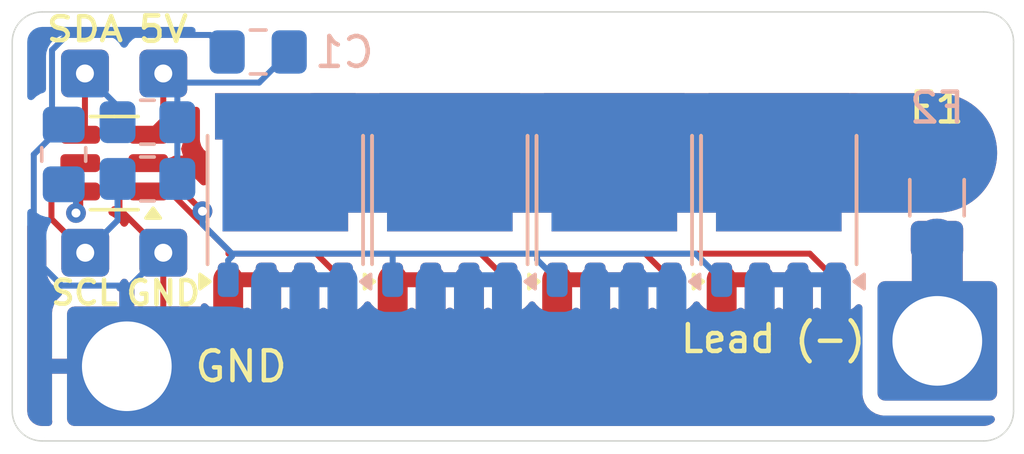
<source format=kicad_pcb>
(kicad_pcb (version 20240108) (generator "pcbnew") (generator_version "8.0")
  (layers (0 "F.Cu" signal) (31 "B.Cu" signal) (34 "B.Paste" user) (35 "F.Paste" user) (36 "B.SilkS" user "B.Silkscreen") (37 "F.SilkS" user "F.Silkscreen") (38 "B.Mask" user) (39 "F.Mask" user) (44 "Edge.Cuts" user))
  (net 0 "")
  (net 1 "GND")
  (net 2 "Net-(U1-A0)")
  (net 3 "SCL")
  (net 4 "+5V")
  (net 5 "SDA")
  (net 6 "Net-(Q1-G)")
  (net 7 "Lead (-)")
  (net 8 "Drain-Front")
  (net 9 "Drain-Back")
  (footprint "Connector_Wire:SolderWire-0.1sqmm_1x01_D0.4mm_OD1mm" (layer "F.Cu") (at 138.95 59.84 90)
    (property "Reference" "SDA" (at 1.48 0 0) (layer "F.SilkS") (effects (font (size 0.8 0.9))))
    (property "Value" "Conn_01x01_Socket" (hide yes))
    (pad "1" thru_hole roundrect (at 0 0 90) (size 1.6 1.6) (drill 0.6) (layers "*.Cu" "*.Mask") (roundrect_rratio 0.15625) (net 5 "SDA"))
  )
  (footprint "Package_TO_SOT_SMD:LFPAK56" (layer "F.Cu") (at 162.15 64.075 90)
    (property "Reference" "Q4" (hide yes))
    (property "Value" "5R2L60" (hide yes))
    (fp_line (start 2.15 -2.6) (end -2.15 -2.6) (stroke (width 0.12)) (layer "F.SilkS"))
    (fp_line (start -2.15 2.6) (end 2.15 2.6) (stroke (width 0.12)) (layer "F.SilkS"))
    (fp_poly (pts (xy -2.73 -2.523297) (xy -2.49 -2.853297) (xy -2.97 -2.853297) (xy -2.73 -2.523297)) (stroke (width 0.12)) (fill solid) (layer "F.SilkS"))
    (pad "1" smd roundrect (at -2.67 -1.91) (size 0.7 1.15) (layers "F.Cu" "F.Paste" "F.Mask") (net 1 "GND"))
    (pad "2" smd roundrect (at -2.67 -0.64) (size 0.7 1.15) (layers "F.Cu" "F.Paste" "F.Mask") (net 1 "GND"))
    (pad "3" smd roundrect (at -2.67 0.64) (size 0.7 1.15) (layers "F.Cu" "F.Paste" "F.Mask") (net 1 "GND"))
    (pad "4" smd roundrect (at -2.67 1.91) (size 0.7 1.15) (layers "F.Cu" "F.Paste" "F.Mask") (net 6 "Net-(Q1-G)"))
    (pad "5" smd custom (at 0.6 0 90) (size 3.3 4.2) (layers "F.Cu" "F.Mask") (net 8 "Drain-Front") (options (clearance outline) (anchor rect)) (primitives (gr_poly (pts (xy 2.975 2.35) (xy 1.425 2.35) (xy 1.425 -2.35) (xy 2.975 -2.35)) (width 0) (fill yes))))
  )
  (footprint "Connector_Wire:SolderWire-2.5sqmm_1x01_D2.4mm_OD3.6mm" (layer "F.Cu") (at 167.45 68.79)
    (property "Reference" "Lead (-)" (at -5.49 -0.07 0) (layer "F.SilkS") (effects (font (size 0.9 0.9))))
    (property "Value" "Conn_01x01_Socket" (hide yes))
    (pad "1" thru_hole roundrect (at 0 0) (size 4 4) (drill 3) (layers "*.Cu" "*.Mask") (roundrect_rratio 0.0625) (net 7 "Lead (-)"))
  )
  (footprint "Connector_Wire:SolderWire-2.5sqmm_1x01_D2.4mm_OD3.6mm" (layer "F.Cu") (at 140.35 69.64 180)
    (property "Reference" "GND" (at -3.82 -0.01 180) (layer "F.SilkS"))
    (property "Value" "Conn_01x01_Socket" (hide yes))
    (pad "1" thru_hole roundrect (at 0 0 180) (size 4 4) (drill 3) (layers "*.Cu" "*.Mask") (roundrect_rratio 0.0625) (net 1 "GND"))
  )
  (footprint "Package_TO_SOT_SMD:LFPAK56" (layer "F.Cu") (at 156.65 64.075 90)
    (property "Reference" "Q3" (hide yes))
    (property "Value" "5R2L60" (hide yes))
    (fp_line (start 2.15 -2.6) (end -2.15 -2.6) (stroke (width 0.12)) (layer "F.SilkS"))
    (fp_line (start -2.15 2.6) (end 2.15 2.6) (stroke (width 0.12)) (layer "F.SilkS"))
    (fp_poly (pts (xy -2.73 -2.523297) (xy -2.49 -2.853297) (xy -2.97 -2.853297) (xy -2.73 -2.523297)) (stroke (width 0.12)) (fill solid) (layer "F.SilkS"))
    (pad "1" smd roundrect (at -2.67 -1.91) (size 0.7 1.15) (layers "F.Cu" "F.Paste" "F.Mask") (net 1 "GND"))
    (pad "2" smd roundrect (at -2.67 -0.64) (size 0.7 1.15) (layers "F.Cu" "F.Paste" "F.Mask") (net 1 "GND"))
    (pad "3" smd roundrect (at -2.67 0.64) (size 0.7 1.15) (layers "F.Cu" "F.Paste" "F.Mask") (net 1 "GND"))
    (pad "4" smd roundrect (at -2.67 1.91) (size 0.7 1.15) (layers "F.Cu" "F.Paste" "F.Mask") (net 6 "Net-(Q1-G)"))
    (pad "5" smd custom (at 0.6 0 90) (size 3.3 4.2) (layers "F.Cu" "F.Mask") (net 8 "Drain-Front") (options (clearance outline) (anchor rect)) (primitives (gr_poly (pts (xy 2.975 2.35) (xy 1.425 2.35) (xy 1.425 -2.35) (xy 2.975 -2.35)) (width 0) (fill yes))))
  )
  (footprint "Connector_Wire:SolderWire-0.1sqmm_1x01_D0.4mm_OD1mm" (layer "F.Cu") (at 141.57 59.84 90)
    (property "Reference" "5V" (at 1.48 0 0) (layer "F.SilkS") (effects (font (size 0.85 0.9))))
    (property "Value" "Conn_01x01_Socket" (hide yes))
    (pad "1" thru_hole roundrect (at 0 0 90) (size 1.6 1.6) (drill 0.6) (layers "*.Cu" "*.Mask") (roundrect_rratio 0.15625) (net 4 "+5V"))
  )
  (footprint "Connector_Wire:SolderWire-0.1sqmm_1x01_D0.4mm_OD1mm" (layer "F.Cu") (at 141.57 65.84 90)
    (property "Reference" "GND" (at -1.35 0 0) (layer "F.SilkS") (effects (font (size 0.8 0.8))))
    (property "Value" "Conn_01x01_Socket" (hide yes))
    (pad "1" thru_hole roundrect (at 0 0 90) (size 1.6 1.6) (drill 0.6) (layers "*.Cu" "*.Mask") (roundrect_rratio 0.15625) (net 1 "GND"))
  )
  (footprint "Connector_Wire:SolderWire-0.1sqmm_1x01_D0.4mm_OD1mm" (layer "F.Cu") (at 138.96 65.84 180)
    (property "Reference" "SCL" (at 0.02 -1.34 180) (layer "F.SilkS") (effects (font (size 0.8 0.8))))
    (property "Value" "Conn_01x01_Socket" (hide yes))
    (pad "1" thru_hole roundrect (at 0 0 180) (size 1.6 1.6) (drill 0.6) (layers "*.Cu" "*.Mask") (roundrect_rratio 0.15625) (net 3 "SCL"))
  )
  (footprint "Package_TO_SOT_SMD:LFPAK56" (layer "F.Cu") (at 151.15 64.075 90)
    (property "Reference" "Q2" (hide yes))
    (property "Value" "5R2L60" (hide yes))
    (fp_line (start 2.15 -2.6) (end -2.15 -2.6) (stroke (width 0.12)) (layer "F.SilkS"))
    (fp_line (start -2.15 2.6) (end 2.15 2.6) (stroke (width 0.12)) (layer "F.SilkS"))
    (fp_poly (pts (xy -2.73 -2.523297) (xy -2.49 -2.853297) (xy -2.97 -2.853297) (xy -2.73 -2.523297)) (stroke (width 0.12)) (fill solid) (layer "F.SilkS"))
    (pad "1" smd roundrect (at -2.67 -1.91) (size 0.7 1.15) (layers "F.Cu" "F.Paste" "F.Mask") (net 1 "GND"))
    (pad "2" smd roundrect (at -2.67 -0.64) (size 0.7 1.15) (layers "F.Cu" "F.Paste" "F.Mask") (net 1 "GND"))
    (pad "3" smd roundrect (at -2.67 0.64) (size 0.7 1.15) (layers "F.Cu" "F.Paste" "F.Mask") (net 1 "GND"))
    (pad "4" smd roundrect (at -2.67 1.91) (size 0.7 1.15) (layers "F.Cu" "F.Paste" "F.Mask") (net 6 "Net-(Q1-G)"))
    (pad "5" smd custom (at 0.6 0 90) (size 3.3 4.2) (layers "F.Cu" "F.Mask") (net 8 "Drain-Front") (options (clearance outline) (anchor rect)) (primitives (gr_poly (pts (xy 2.975 2.35) (xy 1.425 2.35) (xy 1.425 -2.35) (xy 2.975 -2.35)) (width 0) (fill yes))))
  )
  (footprint "Package_TO_SOT_SMD:LFPAK56" (layer "F.Cu") (at 145.65 64.075 90)
    (property "Reference" "Q1" (hide yes))
    (property "Value" "5R2L60" (hide yes))
    (fp_line (start 2.15 -2.6) (end -2.15 -2.6) (stroke (width 0.12)) (layer "F.SilkS"))
    (fp_line (start -2.15 2.6) (end 2.15 2.6) (stroke (width 0.12)) (layer "F.SilkS"))
    (fp_poly (pts (xy -2.73 -2.523297) (xy -2.49 -2.853297) (xy -2.97 -2.853297) (xy -2.73 -2.523297)) (stroke (width 0.12)) (fill solid) (layer "F.SilkS"))
    (pad "1" smd roundrect (at -2.67 -1.91) (size 0.7 1.15) (layers "F.Cu" "F.Paste" "F.Mask") (net 1 "GND"))
    (pad "2" smd roundrect (at -2.67 -0.64) (size 0.7 1.15) (layers "F.Cu" "F.Paste" "F.Mask") (net 1 "GND"))
    (pad "3" smd roundrect (at -2.67 0.64) (size 0.7 1.15) (layers "F.Cu" "F.Paste" "F.Mask") (net 1 "GND"))
    (pad "4" smd roundrect (at -2.67 1.91) (size 0.7 1.15) (layers "F.Cu" "F.Paste" "F.Mask") (net 6 "Net-(Q1-G)"))
    (pad "5" smd custom (at 0.6 0 90) (size 3.3 4.2) (layers "F.Cu" "F.Mask") (net 8 "Drain-Front") (options (clearance outline) (anchor rect)) (primitives (gr_poly (pts (xy 2.975 2.35) (xy 1.425 2.35) (xy 1.425 -2.35) (xy 2.975 -2.35)) (width 0) (fill yes))))
  )
  (footprint "Fuse:Fuse_1206_3216Metric" (layer "F.Cu") (at 167.44 64 90)
    (property "Reference" "F1" (at 3.01 -0.01 0) (layer "F.SilkS"))
    (property "Value" "Fuse_1206_3216Metric" (hide yes))
    (fp_line (start -0.602064 -0.91) (end 0.602064 -0.91) (stroke (width 0.12)) (layer "F.SilkS"))
    (fp_line (start -0.602064 0.91) (end 0.602064 0.91) (stroke (width 0.12)) (layer "F.SilkS"))
    (pad "1" smd roundrect (at -1.4 0 90) (size 1.25 1.75) (layers "F.Cu" "F.Paste" "F.Mask") (roundrect_rratio 0.2) (net 7 "Lead (-)"))
    (pad "2" smd roundrect (at 1.4 0 90) (size 1.25 1.75) (layers "F.Cu" "F.Paste" "F.Mask") (roundrect_rratio 0.2) (net 8 "Drain-Front"))
  )
  (footprint "Package_TO_SOT_SMD:SOT-23-6" (layer "F.Cu") (at 139.93 62.84 180)
    (property "Reference" "U1" (hide yes))
    (property "Value" "MCP4725" (hide yes))
    (fp_line (start 0 1.56) (end 0.8 1.56) (stroke (width 0.12)) (layer "F.SilkS"))
    (fp_line (start 0 1.56) (end -0.8 1.56) (stroke (width 0.12)) (layer "F.SilkS"))
    (fp_line (start 0 -1.56) (end 0.8 -1.56) (stroke (width 0.12)) (layer "F.SilkS"))
    (fp_line (start 0 -1.56) (end -0.8 -1.56) (stroke (width 0.12)) (layer "F.SilkS"))
    (fp_poly (pts (xy -1.3 -1.51) (xy -1.54 -1.84) (xy -1.06 -1.84) (xy -1.3 -1.51)) (stroke (width 0.12)) (fill solid) (layer "F.SilkS"))
    (pad "1" smd roundrect (at -1.1375 -0.95 180) (size 1.325 0.6) (layers "F.Cu" "F.Paste" "F.Mask") (net 6 "Net-(Q1-G)"))
    (pad "2" smd roundrect (at -1.1375 0 180) (size 1.325 0.6) (layers "F.Cu" "F.Paste" "F.Mask") (net 1 "GND"))
    (pad "3" smd roundrect (at -1.1375 0.95 180) (size 1.325 0.6) (layers "F.Cu" "F.Paste" "F.Mask") (net 4 "+5V"))
    (pad "4" smd roundrect (at 1.1375 0.95 180) (size 1.325 0.6) (layers "F.Cu" "F.Paste" "F.Mask") (net 5 "SDA"))
    (pad "5" smd roundrect (at 1.1375 0 180) (size 1.325 0.6) (layers "F.Cu" "F.Paste" "F.Mask") (net 3 "SCL"))
    (pad "6" smd roundrect (at 1.1375 -0.95 180) (size 1.325 0.6) (layers "F.Cu" "F.Paste" "F.Mask") (net 2 "Net-(U1-A0)"))
  )
  (footprint "Resistor_SMD:R_0805_2012Metric_Pad1.20x1.40mm_HandSolder" (layer "B.Cu") (at 141.04 61.47 180)
    (property "Reference" "R3" (hide yes))
    (property "Value" "4.7k" (hide yes))
    (fp_line (start 0.227064 0.735) (end -0.227064 0.735) (stroke (width 0.12)) (layer "B.SilkS"))
    (fp_line (start 0.227064 -0.735) (end -0.227064 -0.735) (stroke (width 0.12)) (layer "B.SilkS"))
    (pad "1" smd roundrect (at -1 0 180) (size 1.2 1.4) (layers "B.Cu" "B.Paste" "B.Mask") (roundrect_rratio 0.208333) (net 4 "+5V"))
    (pad "2" smd roundrect (at 1 0 180) (size 1.2 1.4) (layers "B.Cu" "B.Paste" "B.Mask") (roundrect_rratio 0.208333) (net 5 "SDA"))
  )
  (footprint "Fuse:Fuse_1206_3216Metric" (layer "B.Cu") (at 167.44 64 -90)
    (property "Reference" "F2" (at -3.01 0 0) (layer "B.SilkS") (effects (justify mirror)))
    (property "Value" "Fuse_1206_3216Metric" (hide yes))
    (fp_line (start 0.602064 0.91) (end -0.602064 0.91) (stroke (width 0.12)) (layer "B.SilkS"))
    (fp_line (start 0.602064 -0.91) (end -0.602064 -0.91) (stroke (width 0.12)) (layer "B.SilkS"))
    (pad "1" smd roundrect (at -1.4 0 270) (size 1.25 1.75) (layers "B.Cu" "B.Paste" "B.Mask") (roundrect_rratio 0.2) (net 9 "Drain-Back"))
    (pad "2" smd roundrect (at 1.4 0 270) (size 1.25 1.75) (layers "B.Cu" "B.Paste" "B.Mask") (roundrect_rratio 0.2) (net 7 "Lead (-)"))
  )
  (footprint "Capacitor_SMD:C_0805_2012Metric_Pad1.18x1.45mm_HandSolder" (layer "B.Cu") (at 144.7425 59.12 180)
    (property "Reference" "C1" (at -2.8775 -0.01 180) (layer "B.SilkS") (effects (justify mirror)))
    (property "Value" "0.1uF" (hide yes))
    (fp_line (start 0.261252 0.735) (end -0.261252 0.735) (stroke (width 0.12)) (layer "B.SilkS"))
    (fp_line (start 0.261252 -0.735) (end -0.261252 -0.735) (stroke (width 0.12)) (layer "B.SilkS"))
    (pad "1" smd roundrect (at -1.0375 0 180) (size 1.175 1.45) (layers "B.Cu" "B.Paste" "B.Mask") (roundrect_rratio 0.212766) (net 4 "+5V"))
    (pad "2" smd roundrect (at 1.0375 0 180) (size 1.175 1.45) (layers "B.Cu" "B.Paste" "B.Mask") (roundrect_rratio 0.212766) (net 1 "GND"))
  )
  (footprint "Package_TO_SOT_SMD:LFPAK56" (layer "B.Cu") (at 151.15 64.075 90)
    (property "Reference" "Q7" (hide yes))
    (property "Value" "PSMN5R2-60YL" (hide yes))
    (fp_line (start 2.15 -2.6) (end -2.15 -2.6) (stroke (width 0.12)) (layer "B.SilkS"))
    (fp_line (start -2.15 2.6) (end 2.15 2.6) (stroke (width 0.12)) (layer "B.SilkS"))
    (fp_poly (pts (xy -2.73 2.523297) (xy -2.49 2.853297) (xy -2.97 2.853297) (xy -2.73 2.523297)) (stroke (width 0.12)) (fill solid) (layer "B.SilkS"))
    (pad "1" smd roundrect (at -2.67 1.91 180) (size 0.7 1.15) (layers "B.Cu" "B.Paste" "B.Mask") (net 1 "GND"))
    (pad "2" smd roundrect (at -2.67 0.64 180) (size 0.7 1.15) (layers "B.Cu" "B.Paste" "B.Mask") (net 1 "GND"))
    (pad "3" smd roundrect (at -2.67 -0.64 180) (size 0.7 1.15) (layers "B.Cu" "B.Paste" "B.Mask") (net 1 "GND"))
    (pad "4" smd roundrect (at -2.67 -1.91 180) (size 0.7 1.15) (layers "B.Cu" "B.Paste" "B.Mask") (net 6 "Net-(Q1-G)"))
    (pad "5" smd custom (at 0.6 0 90) (size 3.3 4.2) (layers "B.Cu" "B.Mask") (net 9 "Drain-Back") (options (clearance outline) (anchor rect)) (primitives (gr_poly (pts (xy 2.975 -2.35) (xy 1.425 -2.35) (xy 1.425 2.35) (xy 2.975 2.35)) (width 0) (fill yes))))
  )
  (footprint "Resistor_SMD:R_0805_2012Metric_Pad1.20x1.40mm_HandSolder" (layer "B.Cu") (at 138.24 62.55 90)
    (property "Reference" "R1" (hide yes))
    (property "Value" "10k" (hide yes))
    (fp_line (start 0.227064 -0.735) (end -0.227064 -0.735) (stroke (width 0.12)) (layer "B.SilkS"))
    (fp_line (start 0.227064 0.735) (end -0.227064 0.735) (stroke (width 0.12)) (layer "B.SilkS"))
    (pad "1" smd roundrect (at -1 0 90) (size 1.2 1.4) (layers "B.Cu" "B.Paste" "B.Mask") (roundrect_rratio 0.208333) (net 2 "Net-(U1-A0)"))
    (pad "2" smd roundrect (at 1 0 90) (size 1.2 1.4) (layers "B.Cu" "B.Paste" "B.Mask") (roundrect_rratio 0.208333) (net 1 "GND"))
  )
  (footprint "Resistor_SMD:R_0805_2012Metric_Pad1.20x1.40mm_HandSolder" (layer "B.Cu") (at 141.04 63.37 180)
    (property "Reference" "R2" (hide yes))
    (property "Value" "4.7k" (hide yes))
    (fp_line (start 0.227064 0.735) (end -0.227064 0.735) (stroke (width 0.12)) (layer "B.SilkS"))
    (fp_line (start 0.227064 -0.735) (end -0.227064 -0.735) (stroke (width 0.12)) (layer "B.SilkS"))
    (pad "1" smd roundrect (at -1 0 180) (size 1.2 1.4) (layers "B.Cu" "B.Paste" "B.Mask") (roundrect_rratio 0.208333) (net 4 "+5V"))
    (pad "2" smd roundrect (at 1 0 180) (size 1.2 1.4) (layers "B.Cu" "B.Paste" "B.Mask") (roundrect_rratio 0.208333) (net 3 "SCL"))
  )
  (footprint "Package_TO_SOT_SMD:LFPAK56" (layer "B.Cu") (at 145.65 64.075 90)
    (property "Reference" "Q6" (hide yes))
    (property "Value" "PSMN5R2-60YL" (hide yes))
    (fp_line (start 2.15 -2.6) (end -2.15 -2.6) (stroke (width 0.12)) (layer "B.SilkS"))
    (fp_line (start -2.15 2.6) (end 2.15 2.6) (stroke (width 0.12)) (layer "B.SilkS"))
    (fp_poly (pts (xy -2.73 2.523297) (xy -2.49 2.853297) (xy -2.97 2.853297) (xy -2.73 2.523297)) (stroke (width 0.12)) (fill solid) (layer "B.SilkS"))
    (pad "1" smd roundrect (at -2.67 1.91 180) (size 0.7 1.15) (layers "B.Cu" "B.Paste" "B.Mask") (net 1 "GND"))
    (pad "2" smd roundrect (at -2.67 0.64 180) (size 0.7 1.15) (layers "B.Cu" "B.Paste" "B.Mask") (net 1 "GND"))
    (pad "3" smd roundrect (at -2.67 -0.64 180) (size 0.7 1.15) (layers "B.Cu" "B.Paste" "B.Mask") (net 1 "GND"))
    (pad "4" smd roundrect (at -2.67 -1.91 180) (size 0.7 1.15) (layers "B.Cu" "B.Paste" "B.Mask") (net 6 "Net-(Q1-G)"))
    (pad "5" smd custom (at 0.6 0 90) (size 3.3 4.2) (layers "B.Cu" "B.Mask") (net 9 "Drain-Back") (options (clearance outline) (anchor rect)) (primitives (gr_poly (pts (xy 2.975 -2.35) (xy 1.425 -2.35) (xy 1.425 2.35) (xy 2.975 2.35)) (width 0) (fill yes))))
  )
  (footprint "Package_TO_SOT_SMD:LFPAK56" (layer "B.Cu") (at 162.15 64.075 90)
    (property "Reference" "Q5" (hide yes))
    (property "Value" "PSMN5R2-60YL" (hide yes))
    (fp_line (start 2.15 -2.6) (end -2.15 -2.6) (stroke (width 0.12)) (layer "B.SilkS"))
    (fp_line (start -2.15 2.6) (end 2.15 2.6) (stroke (width 0.12)) (layer "B.SilkS"))
    (fp_poly (pts (xy -2.73 2.523297) (xy -2.49 2.853297) (xy -2.97 2.853297) (xy -2.73 2.523297)) (stroke (width 0.12)) (fill solid) (layer "B.SilkS"))
    (pad "1" smd roundrect (at -2.67 1.91 180) (size 0.7 1.15) (layers "B.Cu" "B.Paste" "B.Mask") (net 1 "GND"))
    (pad "2" smd roundrect (at -2.67 0.64 180) (size 0.7 1.15) (layers "B.Cu" "B.Paste" "B.Mask") (net 1 "GND"))
    (pad "3" smd roundrect (at -2.67 -0.64 180) (size 0.7 1.15) (layers "B.Cu" "B.Paste" "B.Mask") (net 1 "GND"))
    (pad "4" smd roundrect (at -2.67 -1.91 180) (size 0.7 1.15) (layers "B.Cu" "B.Paste" "B.Mask") (net 6 "Net-(Q1-G)"))
    (pad "5" smd custom (at 0.6 0 90) (size 3.3 4.2) (layers "B.Cu" "B.Mask") (net 9 "Drain-Back") (options (clearance outline) (anchor rect)) (primitives (gr_poly (pts (xy 2.975 -2.35) (xy 1.425 -2.35) (xy 1.425 2.35) (xy 2.975 2.35)) (width 0) (fill yes))))
  )
  (footprint "Package_TO_SOT_SMD:LFPAK56" (layer "B.Cu") (at 156.65 64.075 90)
    (property "Reference" "Q8" (hide yes))
    (property "Value" "PSMN5R2-60YL" (hide yes))
    (fp_line (start 2.15 -2.6) (end -2.15 -2.6) (stroke (width 0.12)) (layer "B.SilkS"))
    (fp_line (start -2.15 2.6) (end 2.15 2.6) (stroke (width 0.12)) (layer "B.SilkS"))
    (fp_poly (pts (xy -2.73 2.523297) (xy -2.49 2.853297) (xy -2.97 2.853297) (xy -2.73 2.523297)) (stroke (width 0.12)) (fill solid) (layer "B.SilkS"))
    (pad "1" smd roundrect (at -2.67 1.91 180) (size 0.7 1.15) (layers "B.Cu" "B.Paste" "B.Mask") (net 1 "GND"))
    (pad "2" smd roundrect (at -2.67 0.64 180) (size 0.7 1.15) (layers "B.Cu" "B.Paste" "B.Mask") (net 1 "GND"))
    (pad "3" smd roundrect (at -2.67 -0.64 180) (size 0.7 1.15) (layers "B.Cu" "B.Paste" "B.Mask") (net 1 "GND"))
    (pad "4" smd roundrect (at -2.67 -1.91 180) (size 0.7 1.15) (layers "B.Cu" "B.Paste" "B.Mask") (net 6 "Net-(Q1-G)"))
    (pad "5" smd custom (at 0.6 0 90) (size 3.3 4.2) (layers "B.Cu" "B.Mask") (net 9 "Drain-Back") (options (clearance outline) (anchor rect)) (primitives (gr_poly (pts (xy 2.975 -2.35) (xy 1.425 -2.35) (xy 1.425 2.35) (xy 2.975 2.35)) (width 0) (fill yes))))
  )
  (gr_line (start 136.52 71.14) (end 136.52 58.78) (stroke (width 0.05)) (layer "Edge.Cuts"))
  (gr_arc (start 136.52 58.78) (mid 136.812893 58.072893) (end 137.52 57.78) (stroke (width 0.05)) (layer "Edge.Cuts"))
  (gr_line (start 169 72.14) (end 137.52 72.14) (stroke (width 0.05)) (layer "Edge.Cuts"))
  (gr_line (start 170 58.78) (end 170 71.14) (stroke (width 0.05)) (layer "Edge.Cuts"))
  (gr_arc (start 137.52 72.14) (mid 136.812893 71.847107) (end 136.52 71.14) (stroke (width 0.05)) (layer "Edge.Cuts"))
  (gr_arc (start 169 57.78) (mid 169.707107 58.072893) (end 170 58.78) (stroke (width 0.05)) (layer "Edge.Cuts"))
  (gr_line (start 137.52 57.78) (end 169 57.78) (stroke (width 0.05)) (layer "Edge.Cuts"))
  (gr_arc (start 170 71.14) (mid 169.707107 71.847107) (end 169 72.14) (stroke (width 0.05)) (layer "Edge.Cuts"))
  (segment (start 145.01 66.745) (end 145.01 69.62) (width 1) (layer "F.Cu") (net 1))
  (segment (start 161.51 66.745) (end 161.51 69.51) (width 1) (layer "F.Cu") (net 1))
  (segment (start 154.74 66.745) (end 154.74 68.4) (width 1) (layer "F.Cu") (net 1))
  (segment (start 145.01 69.62) (end 145.03 69.64) (width 1) (layer "F.Cu") (net 1))
  (segment (start 141.57 65.84) (end 140.105 64.375) (width 0.2) (layer "F.Cu") (net 1))
  (segment (start 143.74 68.35) (end 145.03 69.64) (width 1) (layer "F.Cu") (net 1))
  (segment (start 146.29 68.38) (end 145.03 69.64) (width 1) (layer "F.Cu") (net 1))
  (segment (start 154.74 68.4) (end 155.98 69.64) (width 1) (layer "F.Cu") (net 1))
  (segment (start 149.24 66.745) (end 149.24 68.32) (width 1) (layer "F.Cu") (net 1))
  (segment (start 141.57 68.42) (end 140.35 69.64) (width 0.2) (layer "F.Cu") (net 1))
  (segment (start 157.29 68.33) (end 155.98 69.64) (width 1) (layer "F.Cu") (net 1))
  (segment (start 160.24 66.745) (end 160.24 68.24) (width 1) (layer "F.Cu") (net 1))
  (segment (start 140.714448 62.84) (end 141.0675 62.84) (width 0.2) (layer "F.Cu") (net 1))
  (segment (start 142.35 69.64) (end 143.03 69.64) (width 4) (layer "F.Cu") (net 1))
  (segment (start 140.105 63.449448) (end 140.714448 62.84) (width 0.2) (layer "F.Cu") (net 1))
  (segment (start 140.35 69.64) (end 142.35 69.64) (width 4) (layer "F.Cu") (net 1))
  (segment (start 162.79 68.49) (end 161.64 69.64) (width 1) (layer "F.Cu") (net 1))
  (segment (start 151.79 66.745) (end 151.79 68.41) (width 1) (layer "F.Cu") (net 1))
  (segment (start 150.51 69.59) (end 150.56 69.64) (width 1) (layer "F.Cu") (net 1))
  (segment (start 141.57 65.84) (end 141.57 68.42) (width 0.2) (layer "F.Cu") (net 1))
  (segment (start 143.74 66.745) (end 143.74 68.35) (width 1) (layer "F.Cu") (net 1))
  (segment (start 151.79 68.41) (end 150.56 69.64) (width 1) (layer "F.Cu") (net 1))
  (segment (start 149.24 68.32) (end 150.56 69.64) (width 1) (layer "F.Cu") (net 1))
  (segment (start 146.29 66.745) (end 146.29 68.38) (width 1) (layer "F.Cu") (net 1))
  (segment (start 140.105 64.375) (end 140.105 63.449448) (width 0.2) (layer "F.Cu") (net 1))
  (segment (start 157.29 66.745) (end 157.29 68.33) (width 1) (layer "F.Cu") (net 1))
  (segment (start 150.51 66.745) (end 150.51 69.59) (width 1) (layer "F.Cu") (net 1))
  (segment (start 156.01 69.61) (end 155.98 69.64) (width 1) (layer "F.Cu") (net 1))
  (segment (start 160.24 68.24) (end 161.64 69.64) (width 1) (layer "F.Cu") (net 1))
  (segment (start 156.01 66.745) (end 156.01 69.61) (width 1) (layer "F.Cu") (net 1))
  (segment (start 162.79 66.745) (end 162.79 68.49) (width 1) (layer "F.Cu") (net 1))
  (segment (start 161.51 69.51) (end 161.64 69.64) (width 1) (layer "F.Cu") (net 1))
  (segment (start 157.27 69.47) (end 156.01 68.21) (width 1) (layer "B.Cu") (net 1))
  (segment (start 161.51 68.27) (end 161.51 66.745) (width 1) (layer "B.Cu") (net 1))
  (segment (start 140.47 66.94) (end 141.57 65.84) (width 0.2) (layer "B.Cu") (net 1))
  (segment (start 153.06 68.16) (end 153.06 66.745) (width 1) (layer "B.Cu") (net 1))
  (segment (start 137.24 62.55) (end 137.24 66.004744) (width 0.2) (layer "B.Cu") (net 1))
  (segment (start 146.29 69.46) (end 147.56 68.19) (width 1) (layer "B.Cu") (net 1))
  (segment (start 143.135 58.55) (end 138.355256 58.55) (width 0.2) (layer "B.Cu") (net 1))
  (segment (start 137.85 59.055256) (end 137.85 61.16) (width 0.2) (layer "B.Cu") (net 1))
  (segment (start 162.79 66.745) (end 162.79 69.55) (width 1) (layer "B.Cu") (net 1))
  (segment (start 151.79 66.745) (end 151.79 69.43) (width 1) (layer "B.Cu") (net 1))
  (segment (start 157.29 66.745) (end 157.29 69.45) (width 1) (layer "B.Cu") (net 1))
  (segment (start 143.705 59.12) (end 143.135 58.55) (width 0.2) (layer "B.Cu") (net 1))
  (segment (start 151.79 69.43) (end 153.06 68.16) (width 1) (layer "B.Cu") (net 1))
  (segment (start 145.01 68.22) (end 145.01 66.745) (width 1) (layer "B.Cu") (net 1))
  (segment (start 137.85 61.16) (end 138.24 61.55) (width 0.2) (layer "B.Cu") (net 1))
  (segment (start 138.175256 66.94) (end 140.47 66.94) (width 0.2) (layer "B.Cu") (net 1))
  (segment (start 162.79 69.55) (end 162.24 69) (width 1) (layer "B.Cu") (net 1))
  (segment (start 164.06 68.28) (end 164.06 66.745) (width 1) (layer "B.Cu") (net 1))
  (segment (start 146.29 69.46) (end 146.27 69.48) (width 1) (layer "B.Cu") (net 1))
  (segment (start 151.79 69.43) (end 150.51 68.15) (width 1) (layer "B.Cu") (net 1))
  (segment (start 140.35 69.64) (end 143.79 69.64) (width 4) (layer "B.Cu") (net 1))
  (segment (start 156.01 68.21) (end 156.01 66.745) (width 1) (layer "B.Cu") (net 1))
  (segment (start 162.08 68.84) (end 161.51 68.27) (width 1) (layer "B.Cu") (net 1))
  (segment (start 147.56 68.19) (end 147.56 66.745) (width 1) (layer "B.Cu") (net 1))
  (segment (start 146.27 69.48) (end 145.01 68.22) (width 1) (layer "B.Cu") (net 1))
  (segment (start 162.79 69.55) (end 164.06 68.28) (width 1) (layer "B.Cu") (net 1))
  (segment (start 157.29 69.45) (end 158.56 68.18) (width 1) (layer "B.Cu") (net 1))
  (segment (start 157.29 69.45) (end 157.27 69.47) (width 1) (layer "B.Cu") (net 1))
  (segment (start 138.355256 58.55) (end 137.85 59.055256) (width 0.2) (layer "B.Cu") (net 1))
  (segment (start 150.51 68.15) (end 150.51 66.745) (width 1) (layer "B.Cu") (net 1))
  (segment (start 138.24 61.55) (end 137.24 62.55) (width 0.2) (layer "B.Cu") (net 1))
  (segment (start 146.29 66.745) (end 146.29 69.46) (width 1) (layer "B.Cu") (net 1))
  (segment (start 158.56 68.18) (end 158.56 66.745) (width 1) (layer "B.Cu") (net 1))
  (segment (start 137.24 66.004744) (end 138.175256 66.94) (width 0.2) (layer "B.Cu") (net 1))
  (segment (start 138.7925 63.79) (end 138.7925 64.368337) (width 0.2) (layer "F.Cu") (net 2))
  (segment (start 138.7925 64.368337) (end 138.650837 64.51) (width 0.2) (layer "F.Cu") (net 2))
  (via (at 138.650837 64.51) (size 0.66) (drill 0.3) (layers "F.Cu" "B.Cu") (net 2))
  (segment (start 138.650837 64.51) (end 138.650837 63.960837) (width 0.2) (layer "B.Cu") (net 2))
  (segment (start 138.650837 63.960837) (end 138.24 63.55) (width 0.2) (layer "B.Cu") (net 2))
  (segment (start 137.83 63.449448) (end 138.439448 62.84) (width 0.2) (layer "F.Cu") (net 3))
  (segment (start 138.96 65.84) (end 137.83 64.71) (width 0.2) (layer "F.Cu") (net 3))
  (segment (start 138.439448 62.84) (end 138.7925 62.84) (width 0.2) (layer "F.Cu") (net 3))
  (segment (start 137.83 64.71) (end 137.83 63.449448) (width 0.2) (layer "F.Cu") (net 3))
  (segment (start 140.04 64.76) (end 138.96 65.84) (width 0.2) (layer "B.Cu") (net 3))
  (segment (start 140.04 63.37) (end 140.04 64.76) (width 0.2) (layer "B.Cu") (net 3))
  (segment (start 141.57 59.84) (end 141.57 61.3875) (width 0.2) (layer "F.Cu") (net 4))
  (segment (start 141.57 61.3875) (end 141.0675 61.89) (width 0.2) (layer "F.Cu") (net 4))
  (segment (start 142.04 60.31) (end 141.57 59.84) (width 0.2) (layer "B.Cu") (net 4))
  (segment (start 141.57 59.84) (end 141.875 60.145) (width 0.2) (layer "B.Cu") (net 4))
  (segment (start 144.775 60.145) (end 145.78 59.14) (width 0.2) (layer "B.Cu") (net 4))
  (segment (start 142.04 63.37) (end 142.04 61.47) (width 0.2) (layer "B.Cu") (net 4))
  (segment (start 142.04 61.47) (end 142.04 60.31) (width 0.2) (layer "B.Cu") (net 4))
  (segment (start 141.875 60.145) (end 144.775 60.145) (width 0.2) (layer "B.Cu") (net 4))
  (segment (start 138.95 61.7325) (end 138.7925 61.89) (width 0.2) (layer "F.Cu") (net 5))
  (segment (start 138.95 59.84) (end 138.95 61.7325) (width 0.2) (layer "F.Cu") (net 5))
  (segment (start 140.04 61.47) (end 140.04 60.93) (width 0.2) (layer "B.Cu") (net 5))
  (segment (start 140.04 60.93) (end 138.95 59.84) (width 0.2) (layer "B.Cu") (net 5))
  (segment (start 157.685 65.87) (end 158.56 66.745) (width 0.2) (layer "F.Cu") (net 6))
  (segment (start 146.685 65.87) (end 147.56 66.745) (width 0.2) (layer "F.Cu") (net 6))
  (segment (start 152.185 65.87) (end 157.685 65.87) (width 0.2) (layer "F.Cu") (net 6))
  (segment (start 142.88 64.45) (end 142.22 63.79) (width 0.2) (layer "F.Cu") (net 6))
  (segment (start 157.685 65.87) (end 163.185 65.87) (width 0.2) (layer "F.Cu") (net 6))
  (segment (start 163.185 65.87) (end 164.06 66.745) (width 0.2) (layer "F.Cu") (net 6))
  (segment (start 143.750001 65.760001) (end 143.750001 65.87) (width 0.2) (layer "F.Cu") (net 6))
  (segment (start 143.750001 65.87) (end 146.685 65.87) (width 0.2) (layer "F.Cu") (net 6))
  (segment (start 146.685 65.87) (end 152.185 65.87) (width 0.2) (layer "F.Cu") (net 6))
  (segment (start 142.22 63.79) (end 141.0675 63.79) (width 0.2) (layer "F.Cu") (net 6))
  (segment (start 152.185 65.87) (end 153.06 66.745) (width 0.2) (layer "F.Cu") (net 6))
  (segment (start 141.78 63.79) (end 143.750001 65.760001) (width 0.2) (layer "F.Cu") (net 6))
  (segment (start 141.0675 63.79) (end 141.78 63.79) (width 0.2) (layer "F.Cu") (net 6))
  (via (at 142.88 64.45) (size 0.66) (drill 0.3) (layers "F.Cu" "B.Cu") (net 6))
  (segment (start 159.365 65.87) (end 160.24 66.745) (width 0.2) (layer "B.Cu") (net 6))
  (segment (start 143.74 66.09) (end 143.74 66.745) (width 0.2) (layer "B.Cu") (net 6))
  (segment (start 154.07 65.87) (end 154.07 66.075) (width 0.2) (layer "B.Cu") (net 6))
  (segment (start 142.88 64.886336) (end 143.863664 65.87) (width 0.2) (layer "B.Cu") (net 6))
  (segment (start 149.24 65.94) (end 149.24 66.745) (width 0.2) (layer "B.Cu") (net 6))
  (segment (start 149.17 65.87) (end 154.07 65.87) (width 0.2) (layer "B.Cu") (net 6))
  (segment (start 149.17 65.87) (end 149.24 65.94) (width 0.2) (layer "B.Cu") (net 6))
  (segment (start 154.07 65.87) (end 159.365 65.87) (width 0.2) (layer "B.Cu") (net 6))
  (segment (start 143.863664 65.87) (end 143.863664 65.966336) (width 0.2) (layer "B.Cu") (net 6))
  (segment (start 142.88 64.45) (end 142.88 64.886336) (width 0.2) (layer "B.Cu") (net 6))
  (segment (start 143.863664 65.966336) (end 143.74 66.09) (width 0.2) (layer "B.Cu") (net 6))
  (segment (start 143.863664 65.87) (end 149.17 65.87) (width 0.2) (layer "B.Cu") (net 6))
  (segment (start 154.07 66.075) (end 154.74 66.745) (width 0.2) (layer "B.Cu") (net 6))
  (segment (start 167.45 65.56) (end 167.44 65.55) (width 1.7) (layer "F.Cu") (net 7))
  (segment (start 167.45 68.79) (end 167.45 65.56) (width 1.7) (layer "F.Cu") (net 7))
  (segment (start 167.45 68.79) (end 167.45 65.56) (width 1.7) (layer "B.Cu") (net 7))
  (segment (start 167.45 65.56) (end 167.44 65.55) (width 1.7) (layer "B.Cu") (net 7))
  (segment (start 167.45 65.41) (end 167.44 65.4) (width 1) (layer "B.Cu") (net 7))
  (segment (start 164.65 62.5) (end 146.625 62.5) (width 4) (layer "F.Cu") (net 8))
  (segment (start 167.45 62.5) (end 164.65 62.5) (width 4) (layer "F.Cu") (net 8))
  (segment (start 167.45 62.5) (end 146.625 62.5) (width 4) (layer "B.Cu") (net 9))
  (segment (start 145.65 63.475) (end 146.525 62.6) (width 1) (layer "B.Cu") (net 9))
  (zone (net 1) (net_name "GND") (layers "F&B.Cu") (connect_pads (clearance 0.5)) (min_thickness 0.25) (fill yes (thermal_gap 0.5) (thermal_bridge_width 0.5) (island_removal_mode 1) (island_area_min 10))
    (polygon (pts (xy 136.28 57.52) (xy 170.35 57.38) (xy 170.23 72.58) (xy 136.11 72.5) (xy 136.18 72.46)))
  )
)
</source>
